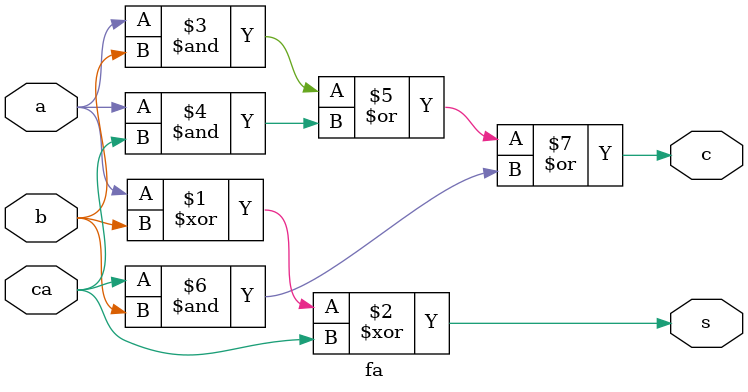
<source format=v>
module fa(s,c,a,b,ca);
input a,b,ca;
output s,c;

assign s=a^b^ca;
assign c=(a&b)|(a&ca)|(ca&b);


endmodule
</source>
